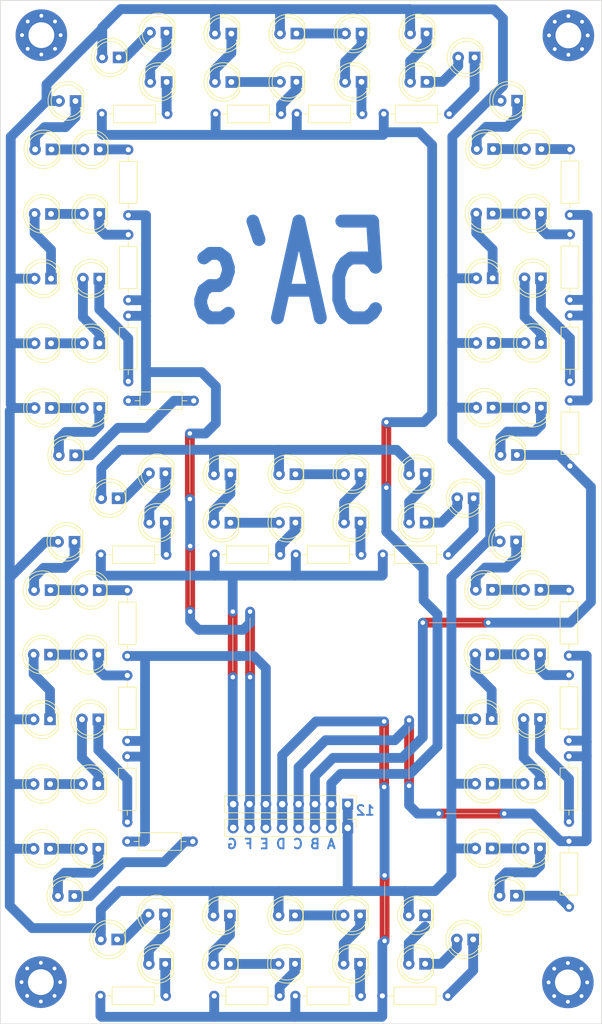
<source format=kicad_pcb>
(kicad_pcb (version 20211014) (generator pcbnew)
  (layers (0 "F.Cu" signal) (31 "B.Cu" signal) (34 "B.Paste" user) (35 "F.Paste" user) (36 "B.SilkS" user "B.Silkscreen") (37 "F.SilkS" user "F.Silkscreen") (38 "B.Mask" user) (39 "F.Mask" user) (44 "Edge.Cuts" user))
  (net 0 "")
  (footprint "LED_THT:LED_D5.0mm" (layer "F.Cu") (at 328.715 71.17 180)
    (fp_text reference "REF**" hide)
    (fp_text value "LED_D5.0mm" hide)
  )
  (footprint "THTJumpers:Jumper_P10.16mm_D0.7mm" (layer "F.Cu") (at 353.17 105.56 90)
    (fp_text reference "REF**" hide)
    (fp_text value "Jumper_P10.16mm_D0.7mm" hide)
  )
  (footprint "LED_THT:LED_D5.0mm" (layer "F.Cu") (at 332.445 53.81 180)
    (fp_text reference "REF**" hide)
    (fp_text value "LED_D5.0mm" hide)
  )
  (footprint "LED_THT:LED_D5.0mm" (layer "F.Cu") (at 332.295 112.105 180)
    (fp_text reference "REF**" hide)
    (fp_text value "LED_D5.0mm" hide)
  )
  (footprint "Resistor_THT:R_Axial_DIN0207_L6.3mm_D2.5mm_P10.16mm_Horizontal" (layer "F.Cu") (at 336.795 105.295 -90)
    (fp_text reference "REF**" hide)
    (fp_text value "R_Axial_DIN0207_L6.3mm_D2.5mm_P10.16mm_Horizontal" hide)
  )
  (footprint "Resistor_THT:R_Axial_DIN0207_L6.3mm_D2.5mm_P10.16mm_Horizontal" (layer "F.Cu") (at 336.945 62.72)
    (fp_text reference "REF**" hide)
    (fp_text value "R_Axial_DIN0207_L6.3mm_D2.5mm_P10.16mm_Horizontal" hide)
  )
  (footprint "LED_THT:LED_D5.0mm" (layer "F.Cu") (at 383.24 13.28 180)
    (fp_text reference "REF**" hide)
    (fp_text value "LED_D5.0mm" hide)
  )
  (footprint "THTJumpers:Jumper_P10.16mm_D0.7mm" (layer "F.Cu") (at 377 66.03 -90)
    (fp_text reference "REF**" hide)
    (fp_text value "Jumper_P10.16mm_D0.7mm" hide)
  )
  (footprint "Resistor_THT:R_Axial_DIN0207_L6.3mm_D2.5mm_P10.16mm_Horizontal" (layer "F.Cu") (at 405.5 23.75 -90)
    (fp_text reference "REF**" hide)
    (fp_text value "R_Axial_DIN0207_L6.3mm_D2.5mm_P10.16mm_Horizontal" hide)
  )
  (footprint "LED_THT:LED_D5.0mm" (layer "F.Cu") (at 362.89 81.605 180)
    (fp_text reference "REF**" hide)
    (fp_text value "LED_D5.0mm" hide)
  )
  (footprint "LED_THT:LED_D5.0mm" (layer "F.Cu") (at 393.35 132.115 180)
    (fp_text reference "REF**" hide)
    (fp_text value "LED_D5.0mm" hide)
  )
  (footprint "Resistor_THT:R_Axial_DIN0207_L6.3mm_D2.5mm_P10.16mm_Horizontal" (layer "F.Cu") (at 405.35 130.995 -90)
    (fp_text reference "REF**" hide)
    (fp_text value "R_Axial_DIN0207_L6.3mm_D2.5mm_P10.16mm_Horizontal" hide)
  )
  (footprint "Connector_PinHeader_2.54mm:PinHeader_1x08_P2.54mm_Vertical" (layer "F.Cu") (at 371 125.25 -90)
    (fp_text reference "REF**" hide)
    (fp_text value "PinHeader_1x08_P2.54mm_Vertical" hide)
  )
  (footprint "LED_THT:LED_D5.0mm" (layer "F.Cu") (at 401.075 23.7 180)
    (fp_text reference "REF**" hide)
    (fp_text value "LED_D5.0mm" hide)
  )
  (footprint "Resistor_THT:R_Axial_DIN0207_L6.3mm_D2.5mm_P10.16mm_Horizontal" (layer "F.Cu") (at 336.945 49.55 -90)
    (fp_text reference "REF**" hide)
    (fp_text value "R_Axial_DIN0207_L6.3mm_D2.5mm_P10.16mm_Horizontal" hide)
  )
  (footprint "LED_THT:LED_D5.0mm" (layer "F.Cu") (at 342.68 150.02 180)
    (fp_text reference "REF**" hide)
    (fp_text value "LED_D5.0mm" hide)
  )
  (footprint "LED_THT:LED_D5.0mm" (layer "F.Cu") (at 393.35 102.025 180)
    (fp_text reference "REF**" hide)
    (fp_text value "LED_D5.0mm" hide)
  )
  (footprint "LED_THT:LED_D5.0mm" (layer "F.Cu") (at 342.64 142.36 180)
    (fp_text reference "REF**" hide)
    (fp_text value "LED_D5.0mm" hide)
  )
  (footprint "LED_THT:LED_D5.0mm" (layer "F.Cu") (at 324.87 92.075 180)
    (fp_text reference "REF**" hide)
    (fp_text value "LED_D5.0mm" hide)
  )
  (footprint "Resistor_THT:R_Axial_DIN0207_L6.3mm_D2.5mm_P10.16mm_Horizontal" (layer "F.Cu") (at 405.5 36.92 -90)
    (fp_text reference "REF**" hide)
    (fp_text value "R_Axial_DIN0207_L6.3mm_D2.5mm_P10.16mm_Horizontal" hide)
  )
  (footprint "Resistor_THT:R_Axial_DIN0207_L6.3mm_D2.5mm_P10.16mm_Horizontal" (layer "F.Cu") (at 336.945 23.8 -90)
    (fp_text reference "REF**" hide)
    (fp_text value "R_Axial_DIN0207_L6.3mm_D2.5mm_P10.16mm_Horizontal" hide)
  )
  (footprint "LED_THT:LED_D5.0mm" (layer "F.Cu") (at 401 43.73 180)
    (fp_text reference "REF**" hide)
    (fp_text value "LED_D5.0mm" hide)
  )
  (footprint "THTJumpers:Jumper_P10.16mm_D0.7mm" (layer "F.Cu") (at 380.53 112.24 -90)
    (fp_text reference "REF**" hide)
    (fp_text value "Jumper_P10.16mm_D0.7mm" hide)
  )
  (footprint "LED_THT:LED_D5.0mm" (layer "F.Cu") (at 400.85 112.055 180)
    (fp_text reference "REF**" hide)
    (fp_text value "LED_D5.0mm" hide)
  )
  (footprint "Resistor_THT:R_Axial_DIN0207_L6.3mm_D2.5mm_P10.16mm_Horizontal" (layer "F.Cu") (at 363.1 18.25)
    (fp_text reference "REF**" hide)
    (fp_text value "R_Axial_DIN0207_L6.3mm_D2.5mm_P10.16mm_Horizontal" hide)
  )
  (footprint "LED_THT:LED_D5.0mm" (layer "F.Cu") (at 397.15 84.525 180)
    (fp_text reference "REF**" hide)
    (fp_text value "LED_D5.0mm" hide)
  )
  (footprint "THTJumpers:Jumper_P10.16mm_D0.7mm" (layer "F.Cu") (at 376.66 122.59 90)
    (fp_text reference "REF**" hide)
    (fp_text value "Jumper_P10.16mm_D0.7mm" hide)
  )
  (footprint "Resistor_THT:R_Axial_DIN0207_L6.3mm_D2.5mm_P10.16mm_Horizontal" (layer "F.Cu") (at 405.35 92.075 -90)
    (fp_text reference "REF**" hide)
    (fp_text value "R_Axial_DIN0207_L6.3mm_D2.5mm_P10.16mm_Horizontal" hide)
  )
  (footprint "LED_THT:LED_D5.0mm" (layer "F.Cu") (at 393.5 33.7 180)
    (fp_text reference "REF**" hide)
    (fp_text value "LED_D5.0mm" hide)
  )
  (footprint "Resistor_THT:R_Axial_DIN0207_L6.3mm_D2.5mm_P10.16mm_Horizontal" (layer "F.Cu") (at 332.62 154.97)
    (fp_text reference "REF**" hide)
    (fp_text value "R_Axial_DIN0207_L6.3mm_D2.5mm_P10.16mm_Horizontal" hide)
  )
  (footprint "LED_THT:LED_D5.0mm" (layer "F.Cu") (at 401 33.7 180)
    (fp_text reference "REF**" hide)
    (fp_text value "LED_D5.0mm" hide)
  )
  (footprint "LED_THT:LED_D5.0mm" (layer "F.Cu") (at 393.35 122.085 180)
    (fp_text reference "REF**" hide)
    (fp_text value "LED_D5.0mm" hide)
  )
  (footprint "THTJumpers:Jumper_P10.16mm_D0.7mm" (layer "F.Cu") (at 376.73 146.45 90)
    (fp_text reference "REF**" hide)
    (fp_text value "Jumper_P10.16mm_D0.7mm" hide)
  )
  (footprint "LED_THT:LED_D5.0mm" (layer "F.Cu") (at 335.44 9.5 180)
    (fp_text reference "REF**" hide)
    (fp_text value "LED_D5.0mm" hide)
  )
  (footprint "THTJumpers:Jumper_P10.16mm_D0.7mm" (layer "F.Cu") (at 385.14 126.71)
    (fp_text reference "REF**" hide)
    (fp_text value "Jumper_P10.16mm_D0.7mm" hide)
  )
  (footprint "LED_THT:LED_D5.0mm" (layer "F.Cu") (at 332.445 43.78 180)
    (fp_text reference "REF**" hide)
    (fp_text value "LED_D5.0mm" hide)
  )
  (footprint "LED_THT:LED_D5.0mm" (layer "F.Cu") (at 400.85 102.025 180)
    (fp_text reference "REF**" hide)
    (fp_text value "LED_D5.0mm" hide)
  )
  (footprint "MountingHole:MountingHole_4mm_Pad_Via" (layer "F.Cu") (at 323.45 6.04)
    (fp_text reference "REF**" hide)
    (fp_text value "MountingHole_4mm_Pad_Via" hide)
  )
  (footprint "Resistor_THT:R_Axial_DIN0207_L6.3mm_D2.5mm_P10.16mm_Horizontal" (layer "F.Cu") (at 405.5 62.67 -90)
    (fp_text reference "REF**" hide)
    (fp_text value "R_Axial_DIN0207_L6.3mm_D2.5mm_P10.16mm_Horizontal" hide)
  )
  (footprint "LED_THT:LED_D5.0mm" (layer "F.Cu") (at 342.75 81.625 180)
    (fp_text reference "REF**" hide)
    (fp_text value "LED_D5.0mm" hide)
  )
  (footprint "LED_THT:LED_D5.0mm" (layer "F.Cu") (at 393.35 112.055 180)
    (fp_text reference "REF**" hide)
    (fp_text value "LED_D5.0mm" hide)
  )
  (footprint "LED_THT:LED_D5.0mm" (layer "F.Cu") (at 383.09 81.605 180)
    (fp_text reference "REF**" hide)
    (fp_text value "LED_D5.0mm" hide)
  )
  (footprint "Resistor_THT:R_Axial_DIN0207_L6.3mm_D2.5mm_P10.16mm_Horizontal" (layer "F.Cu") (at 362.95 86.575)
    (fp_text reference "REF**" hide)
    (fp_text value "R_Axial_DIN0207_L6.3mm_D2.5mm_P10.16mm_Horizontal" hide)
  )
  (footprint "LED_THT:LED_D5.0mm" (layer "F.Cu") (at 390.55 77.825 180)
    (fp_text reference "REF**" hide)
    (fp_text value "LED_D5.0mm" hide)
  )
  (footprint "Resistor_THT:R_Axial_DIN0207_L6.3mm_D2.5mm_P10.16mm_Horizontal" (layer "F.Cu") (at 405.35 117.825 -90)
    (fp_text reference "REF**" hide)
    (fp_text value "R_Axial_DIN0207_L6.3mm_D2.5mm_P10.16mm_Horizontal" hide)
  )
  (footprint "LED_THT:LED_D5.0mm" (layer "F.Cu") (at 397.27 71.12 180)
    (fp_text reference "REF**" hide)
    (fp_text value "LED_D5.0mm" hide)
  )
  (footprint "LED_THT:LED_D5.0mm" (layer "F.Cu") (at 383.24 5.78 180)
    (fp_text reference "REF**" hide)
    (fp_text value "LED_D5.0mm" hide)
  )
  (footprint "LED_THT:LED_D5.0mm" (layer "F.Cu") (at 352.72 142.52 180)
    (fp_text reference "REF**" hide)
    (fp_text value "LED_D5.0mm" hide)
  )
  (footprint "LED_THT:LED_D5.0mm" (layer "F.Cu") (at 352.94 5.8 180)
    (fp_text reference "REF**" hide)
    (fp_text value "LED_D5.0mm" hide)
  )
  (footprint "LED_THT:LED_D5.0mm" (layer "F.Cu") (at 362.82 150 180)
    (fp_text reference "REF**" hide)
    (fp_text value "LED_D5.0mm" hide)
  )
  (footprint "THTJumpers:Jumper_P10.16mm_D0.7mm" (layer "F.Cu") (at 346.5 77.95 90)
    (fp_text reference "REF**" hide)
    (fp_text value "Jumper_P10.16mm_D0.7mm" hide)
  )
  (footprint "LED_THT:LED_D5.0mm" (layer "F.Cu") (at 393.575 23.7 180)
    (fp_text reference "REF**" hide)
    (fp_text value "LED_D5.0mm" hide)
  )
  (footprint "LED_THT:LED_D5.0mm" (layer "F.Cu") (at 372.99 74.105 180)
    (fp_text reference "REF**" hide)
    (fp_text value "LED_D5.0mm" hide)
  )
  (footprint "LED_THT:LED_D5.0mm" (layer "F.Cu") (at 390.48 146.22 180)
    (fp_text reference "REF**" hide)
    (fp_text value "LED_D5.0mm" hide)
  )
  (footprint "LED_THT:LED_D5.0mm" (layer "F.Cu") (at 393.5 63.79 180)
    (fp_text reference "REF**" hide)
    (fp_text value "LED_D5.0mm" hide)
  )
  (footprint "Resistor_THT:R_Axial_DIN0207_L6.3mm_D2.5mm_P10.16mm_Horizontal" (layer "F.Cu") (at 350.35 86.575)
    (fp_text reference "REF**" hide)
    (fp_text value "R_Axial_DIN0207_L6.3mm_D2.5mm_P10.16mm_Horizontal" hide)
  )
  (footprint "LED_THT:LED_D5.0mm" (layer "F.Cu") (at 383.02 142.5 180)
    (fp_text reference "REF**" hide)
    (fp_text value "LED_D5.0mm" hide)
  )
  (footprint "MountingHole:MountingHole_4mm_Pad_Via" (layer "F.Cu") (at 323.37 152.84)
    (fp_text reference "REF**" hide)
    (fp_text value "MountingHole_4mm_Pad_Via" hide)
  )
  (footprint "LED_THT:LED_D5.0mm" (layer "F.Cu") (at 342.86 5.64 180)
    (fp_text reference "REF**" hide)
    (fp_text value "LED_D5.0mm" hide)
  )
  (footprint "LED_THT:LED_D5.0mm" (layer "F.Cu") (at 332.37 92.075 180)
    (fp_text reference "REF**" hide)
    (fp_text value "LED_D5.0mm" hide)
  )
  (footprint "LED_THT:LED_D5.0mm" (layer "F.Cu") (at 335.22 146.22 180)
    (fp_text reference "REF**" hide)
    (fp_text value "LED_D5.0mm" hide)
  )
  (footprint "LED_THT:LED_D5.0mm" (layer "F.Cu") (at 393.5 53.76 180)
    (fp_text reference "REF**" hide)
    (fp_text value "LED_D5.0mm" hide)
  )
  (footprint "LED_THT:LED_D5.0mm" (layer "F.Cu") (at 400.85 122.085 180)
    (fp_text reference "REF**" hide)
    (fp_text value "LED_D5.0mm" hide)
  )
  (footprint "Connector_PinHeader_2.54mm:PinHeader_1x08_P2.54mm_Vertical" (layer "F.Cu") (at 371.005 128.93 -90)
    (fp_text reference "REF**" hide)
    (fp_text value "PinHeader_1x08_P2.54mm_Vertical" hide)
  )
  (footprint "LED_THT:LED_D5.0mm" (layer "F.Cu") (at 324.945 63.84 180)
    (fp_text reference "REF**" hide)
    (fp_text value "LED_D5.0mm" hide)
  )
  (footprint "Resistor_THT:R_Axial_DIN0207_L6.3mm_D2.5mm_P10.16mm_Horizontal" (layer "F.Cu") (at 350.5 18.25)
    (fp_text reference "REF**" hide)
    (fp_text value "R_Axial_DIN0207_L6.3mm_D2.5mm_P10.16mm_Horizontal" hide)
  )
  (footprint "Resistor_THT:R_Axial_DIN0207_L6.3mm_D2.5mm_P10.16mm_Horizontal" (layer "F.Cu") (at 336.945 36.97 -90)
    (fp_text reference "REF**" hide)
    (fp_text value "R_Axial_DIN0207_L6.3mm_D2.5mm_P10.16mm_Horizontal" hide)
  )
  (footprint "LED_THT:LED_D5.0mm" (layer "F.Cu") (at 328.565 139.495 180)
    (fp_text reference "REF**" hide)
    (fp_text value "LED_D5.0mm" hide)
  )
  (footprint "LED_THT:LED_D5.0mm" (layer "F.Cu") (at 324.795 122.135 180)
    (fp_text reference "REF**" hide)
    (fp_text value "LED_D5.0mm" hide)
  )
  (footprint "LED_THT:LED_D5.0mm" (layer "F.Cu") (at 324.945 33.75 180)
    (fp_text reference "REF**" hide)
    (fp_text value "LED_D5.0mm" hide)
  )
  (footprint "LED_THT:LED_D5.0mm" (layer "F.Cu") (at 324.795 102.075 180)
    (fp_text reference "REF**" hide)
    (fp_text value "LED_D5.0mm" hide)
  )
  (footprint "LED_THT:LED_D5.0mm" (layer "F.Cu") (at 328.595 84.575 180)
    (fp_text reference "REF**" hide)
    (fp_text value "LED_D5.0mm" hide)
  )
  (footprint "Resistor_THT:R_Axial_DIN0207_L6.3mm_D2.5mm_P10.16mm_Horizontal" (layer "F.Cu") (at 405.35 105.245 -90)
    (fp_text reference "REF**" hide)
    (fp_text value "R_Axial_DIN0207_L6.3mm_D2.5mm_P10.16mm_Horizontal" hide)
  )
  (footprint "LED_THT:LED_D5.0mm" (layer "F.Cu") (at 332.295 132.165 180)
    (fp_text reference "REF**" hide)
    (fp_text value "LED_D5.0mm" hide)
  )
  (footprint "LED_THT:LED_D5.0mm" (layer "F.Cu") (at 397.12 139.445 180)
    (fp_text reference "REF**" hide)
    (fp_text value "LED_D5.0mm" hide)
  )
  (footprint "LED_THT:LED_D5.0mm" (layer "F.Cu") (at 324.945 43.78 180)
    (fp_text reference "REF**" hide)
    (fp_text value "LED_D5.0mm" hide)
  )
  (footprint "Resistor_THT:R_Axial_DIN0207_L6.3mm_D2.5mm_P10.16mm_Horizontal" (layer "F.Cu") (at 405.5 49.5 -90)
    (fp_text reference "REF**" hide)
    (fp_text value "R_Axial_DIN0207_L6.3mm_D2.5mm_P10.16mm_Horizontal" hide)
  )
  (footprint "LED_THT:LED_D5.0mm" (layer "F.Cu") (at 372.92 150 180)
    (fp_text reference "REF**" hide)
    (fp_text value "LED_D5.0mm" hide)
  )
  (footprint "LED_THT:LED_D5.0mm" (layer "F.Cu") (at 332.295 102.075 180)
    (fp_text reference "REF**" hide)
    (fp_text value "LED_D5.0mm" hide)
  )
  (footprint "LED_THT:LED_D5.0mm" (layer "F.Cu") (at 401 53.76 180)
    (fp_text reference "REF**" hide)
    (fp_text value "LED_D5.0mm" hide)
  )
  (footprint "Resistor_THT:R_Axial_DIN0207_L6.3mm_D2.5mm_P10.16mm_Horizontal" (layer "F.Cu") (at 386.54 154.97 180)
    (fp_text reference "REF**" hide)
    (fp_text value "R_Axial_DIN0207_L6.3mm_D2.5mm_P10.16mm_Horizontal" hide)
  )
  (footprint "LED_THT:LED_D5.0mm" (layer "F.Cu") (at 335.29 77.825 180)
    (fp_text reference "REF**" hide)
    (fp_text value "LED_D5.0mm" hide)
  )
  (footprint "LED_THT:LED_D5.0mm" (layer "F.Cu") (at 372.99 81.605 180)
    (fp_text reference "REF**" hide)
    (fp_text value "LED_D5.0mm" hide)
  )
  (footprint "Resistor_THT:R_Axial_DIN0207_L6.3mm_D2.5mm_P10.16mm_Horizontal" (layer "F.Cu") (at 386.61 86.575 180)
    (fp_text reference "REF**" hide)
    (fp_text value "R_Axial_DIN0207_L6.3mm_D2.5mm_P10.16mm_Horizontal" hide)
  )
  (footprint "LED_THT:LED_D5.0mm" (layer "F.Cu") (at 332.295 122.135 180)
    (fp_text reference "REF**" hide)
    (fp_text value "LED_D5.0mm" hide)
  )
  (footprint "MountingHole:MountingHole_4mm_Pad_Via" (layer "F.Cu") (at 405.18 152.88)
    (fp_text reference "REF**" hide)
    (fp_text value "MountingHole_4mm_Pad_Via" hide)
  )
  (footprint "LED_THT:LED_D5.0mm" (layer "F.Cu") (at 342.9 13.3 180)
    (fp_text reference "REF**" hide)
    (fp_text value "LED_D5.0mm" hide)
  )
  (footprint "LED_THT:LED_D5.0mm" (layer "F.Cu") (at 401 63.79 180)
    (fp_text reference "REF**" hide)
    (fp_text value "LED_D5.0mm" hide)
  )
  (footprint "LED_THT:LED_D5.0mm" (layer "F.Cu") (at 342.71 73.965 180)
    (fp_text reference "REF**" hide)
    (fp_text value "LED_D5.0mm" hide)
  )
  (footprint "LED_THT:LED_D5.0mm" (layer "F.Cu") (at 383.09 74.105 180)
    (fp_text reference "REF**" hide)
    (fp_text value "LED_D5.0mm" hide)
  )
  (footprint "LED_THT:LED_D5.0mm" (layer "F.Cu") (at 373.14 13.28 180)
    (fp_text reference "REF**" hide)
    (fp_text value "LED_D5.0mm" hide)
  )
  (footprint "LED_THT:LED_D5.0mm" (layer "F.Cu") (at 325.02 23.75 180)
    (fp_text reference "REF**" hide)
    (fp_text value "LED_D5.0mm" hide)
  )
  (footprint "LED_THT:LED_D5.0mm" (layer "F.Cu") (at 390.7 9.5 180)
    (fp_text reference "REF**" hide)
    (fp_text value "LED_D5.0mm" hide)
  )
  (footprint "LED_THT:LED_D5.0mm" (layer "F.Cu") (at 324.795 132.165 180)
    (fp_text reference "REF**" hide)
    (fp_text value "LED_D5.0mm" hide)
  )
  (footprint "LED_THT:LED_D5.0mm" (layer "F.Cu") (at 393.425 92.025 180)
    (fp_text reference "REF**" hide)
    (fp_text value "LED_D5.0mm" hide)
  )
  (footprint "LED_THT:LED_D5.0mm" (layer "F.Cu") (at 352.79 81.625 180)
    (fp_text reference "REF**" hide)
    (fp_text value "LED_D5.0mm" hide)
  )
  (footprint "LED_THT:LED_D5.0mm" (layer "F.Cu") (at 362.82 142.5 180)
    (fp_text reference "REF**" hide)
    (fp_text value "LED_D5.0mm" hide)
  )
  (footprint "LED_THT:LED_D5.0mm" (layer "F.Cu") (at 383.02 150 180)
    (fp_text reference "REF**" hide)
    (fp_text value "LED_D5.0mm" hide)
  )
  (footprint "Resistor_THT:R_Axial_DIN0207_L6.3mm_D2.5mm_P10.16mm_Horizontal" (layer "F.Cu") (at 336.795 117.875 -90)
    (fp_text reference "REF**" hide)
    (fp_text value "R_Axial_DIN0207_L6.3mm_D2.5mm_P10.16mm_Horizontal" hide)
  )
  (footprint "MountingHole:MountingHole_4mm_Pad_Via" (layer "F.Cu") (at 405.26 6.08)
    (fp_text reference "REF**" hide)
    (fp_text value "MountingHole_4mm_Pad_Via" hide)
  )
  (footprint "Resistor_THT:R_Axial_DIN0207_L6.3mm_D2.5mm_P10.16mm_Horizontal" (layer "F.Cu") (at 350.28 154.97)
    (fp_text reference "REF**" hide)
    (fp_text value "R_Axial_DIN0207_L6.3mm_D2.5mm_P10.16mm_Horizontal" hide)
  )
  (footprint "Resistor_THT:R_Axial_DIN0207_L6.3mm_D2.5mm_P10.16mm_Horizontal" (layer "F.Cu") (at 336.795 131.045)
    (fp_text reference "REF**" hide)
    (fp_text value "R_Axial_DIN0207_L6.3mm_D2.5mm_P10.16mm_Horizontal" hide)
  )
  (footprint "LED_THT:LED_D5.0mm" (layer "F.Cu") (at 363.04 13.28 180)
    (fp_text reference "REF**" hide)
    (fp_text value "LED_D5.0mm" hide)
  )
  (footprint "LED_THT:LED_D5.0mm" (layer "F.Cu") (at 324.795 112.105 180)
    (fp_text reference "REF**" hide)
    (fp_text value "LED_D5.0mm" hide)
  )
  (footprint "LED_THT:LED_D5.0mm" (layer "F.Cu") (at 400.925 92.025 180)
    (fp_text reference "REF**" hide)
    (fp_text value "LED_D5.0mm" hide)
  )
  (footprint "LED_THT:LED_D5.0mm" (layer "F.Cu") (at 397.3 16.2 180)
    (fp_text reference "REF**" hide)
    (fp_text value "LED_D5.0mm" hide)
  )
  (footprint "LED_THT:LED_D5.0mm" (layer "F.Cu") (at 328.745 16.25 180)
    (fp_text reference "REF**" hide)
    (fp_text value "LED_D5.0mm" hide)
  )
  (footprint "Resistor_THT:R_Axial_DIN0207_L6.3mm_D2.5mm_P10.16mm_Horizontal" (layer "F.Cu") (at 362.88 154.97)
    (fp_text reference "REF**" hide)
    (fp_text value "R_Axial_DIN0207_L6.3mm_D2.5mm_P10.16mm_Horizontal" hide)
  )
  (footprint "LED_THT:LED_D5.0mm" (layer "F.Cu") (at 352.94 13.3 180)
    (fp_text reference "REF**" hide)
    (fp_text value "LED_D5.0mm" hide)
  )
  (footprint "Resistor_THT:R_Axial_DIN0207_L6.3mm_D2.5mm_P10.16mm_Horizontal" (layer "F.Cu") (at 332.69 86.575)
    (fp_text reference "REF**" hide)
    (fp_text value "R_Axial_DIN0207_L6.3mm_D2.5mm_P10.16mm_Horizontal" hide)
  )
  (footprint "THTJumpers:Jumper_P10.16mm_D0.7mm" (layer "F.Cu") (at 346.55 95.4 90)
    (fp_text reference "REF**" hide)
    (fp_text value "Jumper_P10.16mm_D0.7mm" hide)
  )
  (footprint "LED_THT:LED_D5.0mm" (layer "F.Cu") (at 332.445 33.75 180)
    (fp_text reference "REF**" hide)
    (fp_text value "LED_D5.0mm" hide)
  )
  (footprint "LED_THT:LED_D5.0mm" (layer "F.Cu") (at 324.945 53.81 180)
    (fp_text reference "REF**" hide)
    (fp_text value "LED_D5.0mm" hide)
  )
  (footprint "LED_THT:LED_D5.0mm" (layer "F.Cu") (at 373.14 5.78 180)
    (fp_text reference "REF**" hide)
    (fp_text value "LED_D5.0mm" hide)
  )
  (footprint "LED_THT:LED_D5.0mm" (layer "F.Cu") (at 332.52 23.75 180)
    (fp_text reference "REF**" hide)
    (fp_text value "LED_D5.0mm" hide)
  )
  (footprint "LED_THT:LED_D5.0mm" (layer "F.Cu") (at 400.85 132.115 180)
    (fp_text reference "REF**" hide)
    (fp_text value "LED_D5.0mm" hide)
  )
  (footprint "LED_THT:LED_D5.0mm" (layer "F.Cu") (at 362.89 74.105 180)
    (fp_text reference "REF**" hide)
    (fp_text value "LED_D5.0mm" hide)
  )
  (footprint "THTJumpers:Jumper_P10.16mm_D0.7mm" (layer "F.Cu") (at 382.66 97.11)
    (fp_text reference "REF**" hide)
    (fp_text value "Jumper_P10.16mm_D0.7mm" hide)
  )
  (footprint "LED_THT:LED_D5.0mm" (layer "F.Cu") (at 363.04 5.78 180)
    (fp_text reference "REF**" hide)
    (fp_text value "LED_D5.0mm" hide)
  )
  (footprint "LED_THT:LED_D5.0mm" (layer "F.Cu") (at 352.72 150.02 180)
    (fp_text reference "REF**" hide)
    (fp_text value "LED_D5.0mm" hide)
  )
  (footprint "Resistor_THT:R_Axial_DIN0207_L6.3mm_D2.5mm_P10.16mm_Horizontal" (layer "F.Cu") (at 332.84 18.25)
    (fp_text reference "REF**" hide)
    (fp_text value "R_Axial_DIN0207_L6.3mm_D2.5mm_P10.16mm_Horizontal" hide)
  )
  (footprint "LED_THT:LED_D5.0mm" (layer "F.Cu") (at 393.5 43.73 180)
    (fp_text reference "REF**" hide)
    (fp_text value "LED_D5.0mm" hide)
  )
  (footprint "Resistor_THT:R_Axial_DIN0207_L6.3mm_D2.5mm_P10.16mm_Horizontal" (layer "F.Cu") (at 336.795 92.125 -90)
    (fp_text reference "REF**" hide)
    (fp_text value "R_Axial_DIN0207_L6.3mm_D2.5mm_P10.16mm_Horizontal" hide)
  )
  (footprint "LED_THT:LED_D5.0mm" (layer "F.Cu") (at 332.445 63.84 180)
    (fp_text reference "REF**" hide)
    (fp_text value "LED_D5.0mm" hide)
  )
  (footprint "Resistor_THT:R_Axial_DIN0207_L6.3mm_D2.5mm_P10.16mm_Horizontal" (layer "F.Cu") (at 386.76 18.25 180)
    (fp_text reference "REF**" hide)
    (fp_text value "R_Axial_DIN0207_L6.3mm_D2.5mm_P10.16mm_Horizontal" hide)
  )
  (footprint "THTJumpers:Jumper_P10.16mm_D0.7mm" (layer "F.Cu") (at 355.85 105.56 90)
    (fp_text reference "REF**" hide)
    (fp_text value "Jumper_P10.16mm_D0.7mm" hide)
  )
  (footprint "LED_THT:LED_D5.0mm" (layer "F.Cu") (at 352.79 74.125 180)
    (fp_text reference "REF**" hide)
    (fp_text value "LED_D5.0mm" hide)
  )
  (footprint "LED_THT:LED_D5.0mm" (layer "F.Cu") (at 372.92 142.5 180)
    (fp_text reference "REF**" hide)
    (fp_text value "LED_D5.0mm" hide)
  )
  (gr_rect (start 410.43 159.31) (end 317.08 0.64) (layer "Edge.Cuts") (width 0.1) (fill none))
  (gr_text "A B C D E F G" (at 360.71 131.42) (layer "B.Cu") (effects (font (size 1.5 1.5) (thickness 0.3)) (justify mirror)))
  (gr_text "5A's" (at 361.76 43.03) (layer "B.Cu") (effects (font (size 15 10) (thickness 2)) (justify mirror)))
  (gr_text "12" (at 373.71 126.22) (layer "B.Cu") (effects (font (size 1.5 1.5) (thickness 0.3)) (justify mirror)))
  (segment (start 355.85 95.4) (end 355.85 105.56) (width 1.524) (layer "F.Cu") (net 0))
  (segment (start 346.5 67.79) (end 346.5 77.95) (width 1.524) (layer "F.Cu") (net 0))
  (segment (start 377 66.03) (end 377 76.19) (width 1.524) (layer "F.Cu") (net 0))
  (segment (start 376.66 122.59) (end 376.66 112.43) (width 1.524) (layer "F.Cu") (net 0))
  (segment (start 346.55 95.4) (end 346.55 85.24) (width 1.524) (layer "F.Cu") (net 0))
  (segment (start 376.73 146.45) (end 376.73 136.29) (width 1.524) (layer "F.Cu") (net 0))
  (segment (start 395.3 126.71) (end 385.14 126.71) (width 1.524) (layer "F.Cu") (net 0))
  (segment (start 382.66 97.11) (end 392.82 97.11) (width 1.524) (layer "F.Cu") (net 0))
  (segment (start 380.53 112.24) (end 380.53 122.4) (width 1.524) (layer "F.Cu") (net 0))
  (segment (start 353.15 95.61) (end 353.15 105.77) (width 1.524) (layer "F.Cu") (net 0))
  (segment (start 376.5 21.5) (end 363 21.5) (width 1.524) (layer "B.Cu") (net 0))
  (segment (start 367.56 115.34) (end 363.38 119.52) (width 1.524) (layer "B.Cu") (net 0))
  (segment (start 365.92 125.25) (end 365.92 128.925) (width 1.524) (layer "B.Cu") (net 0))
  (segment (start 370.45 78.475) (end 370.45 81.605) (width 1.524) (layer "B.Cu") (net 0))
  (segment (start 346.55 78) (end 346.5 77.95) (width 1.524) (layer "B.Cu") (net 0))
  (segment (start 401.075 23.7) (end 405.45 23.7) (width 1.524) (layer "B.Cu") (net 0))
  (segment (start 342.86 5.64) (end 342.86 8.64) (width 1.524) (layer "B.Cu") (net 0))
  (segment (start 342.86 8.64) (end 340.36 11.14) (width 1.524) (layer "B.Cu") (net 0))
  (segment (start 362.82 142.5) (end 370.38 142.5) (width 1.524) (layer "B.Cu") (net 0))
  (segment (start 400.85 120.575) (end 398.31 118.035) (width 1.524) (layer "B.Cu") (net 0))
  (segment (start 329.755 118.085) (end 329.755 112.105) (width 1.524) (layer "B.Cu") (net 0))
  (segment (start 346.55 85.24) (end 346.55 78) (width 1.524) (layer "B.Cu") (net 0))
  (segment (start 405.5 49.5) (end 408.25 49.5) (width 1.524) (layer "B.Cu") (net 0))
  (segment (start 318.545 131.625) (end 318.545 140.995) (width 1.524) (layer "B.Cu") (net 0))
  (segment (start 360.84 128.925) (end 360.845 128.93) (width 1.524) (layer "B.Cu") (net 0))
  (segment (start 382.66 114.88) (end 382.66 97.11) (width 1.524) (layer "B.Cu") (net 0))
  (segment (start 400.85 102.025) (end 400.85 104.325) (width 1.524) (layer "B.Cu") (net 0))
  (segment (start 405.5 47.08) (end 408.08 47.08) (width 1.524) (layer "B.Cu") (net 0))
  (segment (start 350.35 89.825) (end 332.85 89.825) (width 1.524) (layer "B.Cu") (net 0))
  (segment (start 353.15 90) (end 353.325 89.825) (width 1.524) (layer "B.Cu") (net 0))
  (segment (start 342.9 18.15) (end 343 18.25) (width 1.524) (layer "B.Cu") (net 0))
  (segment (start 335.34 66.91) (end 339.84 66.91) (width 1.524) (layer "B.Cu") (net 0))
  (segment (start 324.945 63.84) (end 329.905 63.84) (width 1.524) (layer "B.Cu") (net 0))
  (segment (start 324.795 132.165) (end 329.755 132.165) (width 1.524) (layer "B.Cu") (net 0))
  (segment (start 352.94 8.81) (end 352.94 5.8) (width 1.524) (layer "B.Cu") (net 0))
  (segment (start 395.1 3.44) (end 395.1 13.9) (width 1.524) (layer "B.Cu") (net 0))
  (segment (start 339.545 115.625) (end 339.545 102.285) (width 1.524) (layer "B.Cu") (net 0))
  (segment (start 350.18 148.07) (end 352.72 145.53) (width 1.524) (layer "B.Cu") (net 0))
  (segment (start 318.545 140.995) (end 322.01 144.46) (width 1.524) (layer "B.Cu") (net 0))
  (segment (start 360.35 74.105) (end 360.35 70.325) (width 1.524) (layer "B.Cu") (net 0))
  (segment (start 318.695 43.3) (end 318.695 53.8) (width 1.524) (layer "B.Cu") (net 0))
  (segment (start 350.4 5.8) (end 350.4 2.15) (width 1.524) (layer "B.Cu") (net 0))
  (segment (start 342.75 81.625) (end 342.75 86.475) (width 1.524) (layer "B.Cu") (net 0))
  (segment (start 326.055 84.575) (end 324.095 84.575) (width 1.524) (layer "B.Cu") (net 0))
  (segment (start 376.6 18.25) (end 376.6 21.09) (width 1.524) (layer "B.Cu") (net 0))
  (segment (start 335.53 138.72) (end 350.03 138.72) (width 1.524) (layer "B.Cu") (net 0))
  (segment (start 387.1 111.575) (end 387.1 122.075) (width 1.524) (layer "B.Cu") (net 0))
  (segment (start 350.28 158.22) (end 332.78 158.22) (width 1.524) (layer "B.Cu") (net 0))
  (segment (start 350.25 2) (end 360.5 2) (width 1.524) (layer "B.Cu") (net 0))
  (segment (start 400 67.5) (end 395.75 67.5) (width 1.524) (layer "B.Cu") (net 0))
  (segment (start 393.35 122.085) (end 398.31 122.085) (width 1.524) (layer "B.Cu") (net 0))
  (segment (start 390.96 43.73) (end 387.73 43.73) (width 1.524) (layer "B.Cu") (net 0))
  (segment (start 387.94 147.56) (end 387.94 146.22) (width 1.524) (layer "B.Cu") (net 0))
  (segment (start 329.905 49.76) (end 329.905 43.78) (width 1.524) (layer "B.Cu") (net 0))
  (segment (start 362.89 74.105) (end 370.45 74.105) (width 1.524) (layer "B.Cu") (net 0))
  (segment (start 332.75 73.175) (end 335.6 70.325) (width 1.524) (layer "B.Cu") (net 0))
  (segment (start 336.745 92.075) (end 336.795 92.125) (width 1.524) (layer "B.Cu") (net 0))
  (segment (start 408.1 117.825) (end 408.1 115.575) (width 1.524) (layer "B.Cu") (net 0))
  (segment (start 350.18 138.87) (end 350.03 138.72) (width 1.524) (layer "B.Cu") (net 0))
  (segment (start 336.945 62.72) (end 339.525 62.72) (width 1.524) (layer "B.Cu") (net 0))
  (segment (start 327.195 67.55) (end 326.175 68.57) (width 1.524) (layer "B.Cu") (net 0))
  (segment (start 358.3 125.25) (end 358.3 128.925) (width 1.524) (layer "B.Cu") (net 0))
  (segment (start 398.31 118.035) (end 398.31 112.055) (width 1.524) (layer "B.Cu") (net 0))
  (segment (start 372.92 142.5) (end 372.92 144.33) (width 1.524) (layer "B.Cu") (net 0))
  (segment (start 379.85 138.72) (end 380.48 139.35) (width 1.524) (layer "B.Cu") (net 0))
  (segment (start 332.445 48.55) (end 336.945 53.05) (width 1.524) (layer "B.Cu") (net 0))
  (segment (start 339.695 33.96) (end 336.945 33.96) (width 1.524) (layer "B.Cu") (net 0))
  (segment (start 319.235 63.84) (end 322.405 63.84) (width 1.524) (layer "B.Cu") (net 0))
  (segment (start 383.02 150) (end 385.5 150) (width 1.524) (layer "B.Cu") (net 0))
  (segment (start 332.69 89.665) (end 332.69 86.575) (width 1.524) (layer "B.Cu") (net 0))
  (segment (start 335.6 70.325) (end 350.1 70.325) (width 1.524) (layer "B.Cu") (net 0))
  (segment (start 352.72 145.53) (end 352.72 142.52) (width 1.524) (layer "B.Cu") (net 0))
  (segment (start 378.6 70.325) (end 380.55 72.275) (width 1.524) (layer "B.Cu") (net 0))
  (segment (start 401 43.73) (end 401 48.5) (width 1.524) (layer "B.Cu") (net 0))
  (segment (start 400.925 92.025) (end 405.3 92.025) (width 1.524) (layer "B.Cu") (net 0))
  (segment (start 323.945 20.3) (end 322.48 21.765) (width 1.524) (layer "B.Cu") (net 0))
  (segment (start 405.5 62.67) (end 408.08 62.67) (width 1.524) (layer "B.Cu") (net 0))
  (segment (start 329.905 33.75) (end 324.945 33.75) (width 1.524) (layer "B.Cu") (net 0))
  (segment (start 336.945 53.05) (end 336.945 59.71) (width 1.524) (layer "B.Cu") (net 0))
  (segment (start 336.795 121.375) (end 336.795 128.035) (width 1.524) (layer "B.Cu") (net 0))
  (segment (start 363.1 18.25) (end 363.1 21.4) (width 1.524) (layer "B.Cu") (net 0))
  (segment (start 331.08 71.17) (end 335.34 66.91) (width 1.524) (layer "B.Cu") (net 0))
  (segment (start 368.46 125.25) (end 368.46 128.925) (width 1.524) (layer "B.Cu") (net 0))
  (segment (start 342.9 13.3) (end 342.9 18.15) (width 1.524) (layer "B.Cu") (net 0))
  (segment (start 376.35 89.825) (end 362.85 89.825) (width 1.524) (layer "B.Cu") (net 0))
  (segment (start 350.25 79.675) (end 352.79 77.135) (width 1.524) (layer "B.Cu") (net 0))
  (segment (start 371 138.26) (end 370.54 138.72) (width 1.524) (layer "B.Cu") (net 0))
  (segment (start 332.295 116.875) (end 336.795 121.375) (width 1.524) (layer "B.Cu") (net 0))
  (segment (start 355.85 125.16) (end 355.76 125.25) (width 1.524) (layer "B.Cu") (net 0))
  (segment (start 382.81 66.03) (end 377 66.03) (width 1.524) (layer "B.Cu") (net 0))
  (segment (start 353.17 95.4) (end 353.15 95.38) (width 1.524) (layer "B.Cu") (net 0))
  (segment (start 340.36 11.14) (end 340.36 13.3) (width 1.524) (layer "B.Cu") (net 0))
  (segment (start 332.68 141.57) (end 335.53 138.72) (width 1.524) (layer "B.Cu") (net 0))
  (segment (start 390.81 112.055) (end 387.58 112.055) (width 1.524) (layer "B.Cu") (net 0))
  (segment (start 354.79 98.22) (end 355.85 97.16) (width 1.524) (layer "B.Cu") (net 0))
  (segment (start 372.92 154.85) (end 373.04 154.97) (width 1.524) (layer "B.Cu") (net 0))
  (segment (start 339.84 66.91) (end 344.03 62.72) (width 1.524) (layer "B.Cu") (net 0))
  (segment (start 350.54 60.49) (end 350.54 66.19) (width 1.524) (layer "B.Cu") (net 0))
  (segment (start 342.5 134.25) (end 345.705 131.045) (width 1.524) (layer "B.Cu") (net 0))
  (segment (start 369.91 120.56) (end 368.46 122.01) (width 1.524) (layer "B.Cu") (net 0))
  (segment (start 332.445 36.05) (end 333.365 36.97) (width 1.524) (layer "B.Cu") (net 0))
  (segment (start 365.92 120.89) (end 368.73 118.08) (width 1.524) (layer "B.Cu") (net 0))
  (segment (start 390.96 53.76) (end 387.26 53.76) (width 1.524) (layer "B.Cu") (net 0))
  (segment (start 390.7 9.5) (end 390.7 14.31) (width 1.524) (layer "B.Cu") (net 0))
  (segment (start 350.25 74.125) (end 350.25 70.475) (width 1.524) (layer "B.Cu") (net 0))
  (segment (start 324.245 16.25) (end 318.695 21.8) (width 1.524) (layer "B.Cu") (net 0))
  (segment (start 405.5 53) (end 405.5 59.66) (width 1.524) (layer "B.Cu") (net 0))
  (segment (start 350.4 13.3) (end 350.4 11.35) (width 1.524) (layer "B.Cu") (net 0))
  (segment (start 324.095 84.575) (end 318.545 90.125) (width 1.524) (layer "B.Cu") (net 0))
  (segment (start 387.25 63.25) (end 387.79 63.79) (width 1.524) (layer "B.Cu") (net 0))
  (segment (start 350.4 11.35) (end 352.94 8.81) (width 1.524) (layer "B.Cu") (net 0))
  (segment (start 332.68 144.46) (end 332.68 141.57) (width 1.524) (layer "B.Cu") (net 0))
  (segment (start 380.66 2) (end 380.7 2.04) (width 1.524) (layer "B.Cu") (net 0))
  (segment (start 360.35 70.325) (end 378.6 70.325) (width 1.524) (layer "B.Cu") (net 0))
  (segment (start 339.695 58.275) (end 348.325 58.275) (width 1.524) (layer "B.Cu") (net 0))
  (segment (start 328.745 18.75) (end 327.195 20.3) (width 1.524) (layer "B.Cu") (net 0))
  (segment (start 395.6 88.575) (end 392.35 88.575) (width 1.524) (layer "B.Cu") (net 0))
  (segment (start 408.25 47.25) (end 408.25 33.91) (width 1.524) (layer "B.Cu") (net 0))
  (segment (start 326.175 68.57) (end 326.175 71.17) (width 1.524) (layer "B.Cu") (net 0))
  (segment (start 376.6 21.09) (end 382.13 21.09) (width 1.524) (layer "B.Cu") (net 0))
  (segment (start 360.28 142.5) (end 360.28 138.72) (width 1.524) (layer "B.Cu") (net 0))
  (segment (start 332.445 53.81) (end 332.445 52.3) (width 1.524) (layer "B.Cu") (net 0))
  (segment (start 397.27 71.12) (end 403.79 71.12) (width 1.524) (layer "B.Cu") (net 0))
  (segment (start 380.67 120.56) (end 369.91 120.56) (width 1.524) (layer "B.Cu") (net 0))
  (segment (start 368.46 128.925) (end 368.465 128.93) (width 1.524) (layer "B.Cu") (net 0))
  (segment (start 401.77 105.245) (end 405.35 105.245) (width 1.524) (layer "B.Cu") (net 0))
  (segment (start 401 36) (end 401.92 36.92) (width 1.524) (layer "B.Cu") (net 0))
  (segment (start 387.73 43.73) (end 387.25 43.25) (width 1.524) (layer "B.Cu") (net 0))
  (segment (start 403.995 130.995) (end 399.71 126.71) (width 1.524) (layer "B.Cu") (net 0))
  (segment (start 339.695 47.3) (end 339.695 33.96) (width 1.524) (layer "B.Cu") (net 0))
  (segment (start 360.84 125.25) (end 360.84 128.925) (width 1.524) (layer "B.Cu") (net 0))
  (segment (start 387.1 131.575) (end 387.64 132.115) (width 1.524) (layer "B.Cu") (net 0))
  (segment (start 383.24 13.28) (end 385.72 13.28) (width 1.524) (layer "B.Cu") (net 0))
  (segment (start 366.07 112.43) (end 360.84 117.66) (width 1.524) (layer "B.Cu") (net 0))
  (segment (start 384.94 116.29) (end 380.67 120.56) (width 1.524) (layer "B.Cu") (net 0))
  (segment (start 324.945 53.81) (end 329.905 53.81) (width 1.524) (layer "B.Cu") (net 0))
  (segment (start 387.1 136.17) (end 387.1 131.575) (width 1.524) (layer "B.Cu") (net 0))
  (segment (start 362.89 82.785) (end 360.51 85.165) (width 1.524) (layer "B.Cu") (net 0))
  (segment (start 335.22 146.22) (end 336.24 146.22) (width 1.524) (layer "B.Cu") (net 0))
  (segment (start 322.405 36.76) (end 324.945 39.3) (width 1.524) (layer "B.Cu") (net 0))
  (segment (start 394.76 16.2) (end 392.8 16.2) (width 1.524) (layer "B.Cu") (net 0))
  (segment (start 370.38 146.87) (end 370.38 150) (width 1.524) (layer "B.Cu") (net 0))
  (segment (start 336.795 131.045) (end 339.375 131.045) (width 1.524) (layer "B.Cu") (net 0))
  (segment (start 376.45 86.575) (end 376.45 89.725) (width 1.524) (layer "B.Cu") (net 0))
  (segment (start 387.64 132.115) (end 390.81 132.115) (width 1.524) (layer "B.Cu") (net 0))
  (segment (start 394.61 84.525) (end 392.65 84.525) (width 1.524) (layer "B.Cu") (net 0))
  (segment (start 399.85 135.825) (end 395.6 135.825) (width 1.524) (layer "B.Cu") (net 0))
  (segment (start 397.3 18.7) (end 395.75 20.25) (width 1.524) (layer "B.Cu") (net 0))
  (segment (start 350.1 70.325) (end 360.35 70.325) (width 1.524) (layer "B.Cu") (net 0))
  (segment (start 390.48 146.22) (end 390.48 151.03) (width 1.524) (layer "B.Cu") (net 0))
  (segment (start 387.25 53.75) (end 387.25 63.25) (width 1.524) (layer "B.Cu") (net 0))
  (segment (start 384.94 95.81) (end 384.94 116.29) (width 1.524) (layer "B.Cu") (net 0))
  (segment (start 339.375 115.455) (end 339.545 115.625) (width 1.524) (layer "B.Cu") (net 0))
  (segment (start 405.3 92.025) (end 405.35 92.075) (width 1.524) (layer "B.Cu") (net 0))
  (segment (start 318.545 111.625) (end 318.545 122.125) (width 1.524) (layer "B.Cu") (net 0))
  (segment (start 324.245 13.685) (end 324.245 16.25) (width 1.524) (layer "B.Cu") (net 0))
  (segment (start 332.295 122.135) (end 332.295 120.625) (width 1.524) (layer "B.Cu") (net 0))
  (segment (start 392.65 84.525) (end 387.1 90.075) (width 1.524) (layer "B.Cu") (net 0))
  (segment (start 370.54 138.72) (end 379.85 138.72) (width 1.524) (layer "B.Cu") (net 0))
  (segment (start 336.31 77.825) (end 340.17 73.965) (width 1.524) (layer "B.Cu") (net 0))
  (segment (start 405.45 23.7) (end 405.5 23.75) (width 1.524) (layer "B.Cu") (net 0))
  (segment (start 408.08 62.67) (end 408.25 62.5) (width 1.524) (layer "B.Cu") (net 0))
  (segment (start 360.28 138.72) (end 370.54 138.72) (width 1.524) (layer "B.Cu") (net 0))
  (segment (start 350.25 81.625) (end 350.25 79.675) (width 1.524) (layer "B.Cu") (net 0))
  (segment (start 368.46 122.01) (end 368.46 125.25) (width 1.524) (layer "B.Cu") (net 0))
  (segment (start 331.005 139.495) (end 336.25 134.25) (width 1.524) (layer "B.Cu") (net 0))
  (segment (start 339.525 47.13) (end 339.695 47.3) (width 1.524) (layer "B.Cu") (net 0))
  (segment (start 373.14 18.13) (end 373.26 18.25) (width 1.524) (layer "B.Cu") (net 0))
  (segment (start 362.95 89.725) (end 362.85 89.825) (width 1.524) (layer "B.Cu") (net 0))
  (segment (start 401 66.5) (end 400 67.5) (width 1.524) (layer "B.Cu") (net 0))
  (segment (start 318.545 90.125) (end 318.545 111.625) (width 1.524) (layer "B.Cu") (net 0))
  (segment (start 345.705 131.045) (end 346.955 131.045) (width 1.524) (layer "B.Cu") (net 0))
  (segment (start 390.96 36.71) (end 393.5 39.25) (width 1.524) (layer "B.Cu") (net 0))
  (segment (start 380.53 113.14) (end 378.33 115.34) (width 1.524) (layer "B.Cu") (net 0))
  (segment (start 394.58 136.845) (end 394.58 139.445) (width 1.524) (layer "B.Cu") (net 0))
  (segment (start 336.46 9.5) (end 340.32 5.64) (width 1.524) (layer "B.Cu") (net 0))
  (segment (start 339.545 102.285) (end 356.415 102.285) (width 1.524) (layer "B.Cu") (net 0))
  (segment (start 322.33 90.09) (end 322.33 92.075) (width 1.524) (layer "B.Cu") (net 0))
  (segment (start 393.12 84.055) (end 392.65 84.525) (width 1.524) (layer "B.Cu") (net 0))
  (segment (start 390.885 90.04) (end 390.885 92.025) (width 1.524) (layer "B.Cu") (net 0))
  (segment (start 403.79 71.12) (end 405.5 72.83) (width 1.524) (layer "B.Cu") (net 0))
  (segment (start 362.78 158.22) (end 350.28 158.22) (width 1.524) (layer "B.Cu") (net 0))
  (segment (start 380.55 78.375) (end 380.55 81.605) (width 1.524) (layer "B.Cu") (net 0))
  (segment (start 350.18 142.52) (end 350.18 138.87) (width 1.524) (layer "B.Cu") (net 0))
  (segment (start 353.15 95.38) (end 353.15 90) (width 1.524) (layer "B.Cu") (net 0))
  (segment (start 327.045 88.625) (end 323.795 88.625) (width 1.524) (layer "B.Cu") (net 0))
  (segment (start 393.5 39.25) (end 393.5 43.73) (width 1.524) (layer "B.Cu") (net 0))
  (segment (start 324.795 122.135) (end 329.755 122.135) (width 1.524) (layer "B.Cu") (net 0))
  (segment (start 322.255 112.105) (end 319.025 112.105) (width 1.524) (layer "B.Cu") (net 0))
  (segment (start 336.945 47.13) (end 339.525 47.13) (width 1.524) (layer "B.Cu") (net 0))
  (segment (start 328.715 71.17) (end 331.08 71.17) (width 1.524) (layer "B.Cu") (net 0))
  (segment (start 362.89 81.605) (end 362.89 82.785) (width 1.524) (layer "B.Cu") (net 0))
  (segment (start 383.09 75.835) (end 380.55 78.375) (width 1.524) (layer "B.Cu") (net 0))
  (segment (start 333.365 36.97) (end 336.945 36.97) (width 1.524) (layer "B.Cu") (net 0))
  (segment (start 332.445 63.84) (end 332.445 66.55) (width 1.524) (layer "B.Cu") (net 0))
  (segment (start 363.04 5.78) (end 370.6 5.78) (width 1.524) (layer "B.Cu") (net 0))
  (segment (start 384.55 138.72) (end 387.1 136.17) (width 1.524) (layer "B.Cu") (net 0))
  (segment (start 332.85 89.825) (end 332.69 89.665) (width 1.524) (layer "B.Cu") (net 0))
  (segment (start 332.84 21.34) (end 332.84 18.25) (width 1.524) (layer "B.Cu") (net 0))
  (segment (start 323.795 88.625) (end 322.33 90.09) (width 1.524) (layer "B.Cu") (net 0))
  (segment (start 322.405 53.81) (end 318.705 53.81) (width 1.524) (layer "B.Cu") (net 0))
  (segment (start 405.35 130.995) (end 407.93 130.995) (width 1.524) (layer "B.Cu") (net 0))
  (segment (start 385.5 150) (end 387.94 147.56) (width 1.524) (layer "B.Cu") (net 0))
  (segment (start 393.575 23.7) (end 398.535 23.7) (width 1.524) (layer "B.Cu") (net 0))
  (segment (start 322.255 102.075) (end 322.255 105.085) (width 1.524) (layer "B.Cu") (net 0))
  (segment (start 392.5 20.25) (end 391.035 21.715) (width 1.524) (layer "B.Cu") (net 0))
  (segment (start 332.445 52.3) (end 329.905 49.76) (width 1.524) (layer "B.Cu") (net 0))
  (segment (start 390.81 122.085) (end 387.11 122.085) (width 1.524) (layer "B.Cu") (net 0))
  (segment (start 393.425 92.025) (end 398.385 92.025) (width 1.524) (layer "B.Cu") (net 0))
  (segment (start 362.85 89.825) (end 353.325 89.825) (width 1.524) (layer "B.Cu") (net 0))
  (segment (start 346.55 95.4) (end 346.55 96.91) (width 1.524) (layer "B.Cu") (net 0))
  (segment (start 408.08 47.08) (end 408.25 47.25) (width 1.524) (layer "B.Cu") (net 0))
  (segment (start 335.44 9.5) (end 336.46 9.5) (width 1.524) (layer "B.Cu") (net 0))
  (segment (start 332.68 146.22) (end 332.68 144.46) (width 1.524) (layer "B.Cu") (net 0))
  (segment (start 318.705 53.81) (end 318.695 53.8) (width 1.524) (layer "B.Cu") (net 0))
  (segment (start 385.57 81.605) (end 388.01 79.165) (width 1.524) (layer "B.Cu") (net 0))
  (segment (start 397.15 87.025) (end 395.6 88.575) (width 1.524) (layer "B.Cu") (net 0))
  (segment (start 387.25 43.25) (end 387.25 53.75) (width 1.524) (layer "B.Cu") (net 0))
  (segment (start 332.62 158.06) (end 332.62 154.97) (width 1.524) (layer "B.Cu") (net 0))
  (segment (start 327.045 135.875) (end 326.025 136.895) (width 1.524) (layer "B.Cu") (net 0))
  (segment (start 368.73 118.08) (end 379.46 118.08) (width 1.524) (layer "B.Cu") (net 0))
  (segment (start 360.66 16.84) (end 360.66 18.25) (width 1.524) (layer "B.Cu") (net 0))
  (segment (start 360.48 13.3) (end 360.5 13.28) (width 1.524) (layer "B.Cu") (net 0))
  (segment (start 387.11 122.085) (end 387.1 122.075) (width 1.524) (layer "B.Cu") (net 0))
  (segment (start 376.38 146.8) (end 376.73 146.45) (width 1.524) (layer "B.Cu") (net 0))
  (segment (start 390.55 77.825) (end 390.55 82.635) (width 1.524) (layer "B.Cu") (net 0))
  (segment (start 399.71 126.71) (end 395.3 126.71) (width 1.524) (layer "B.Cu") (net 0))
  (segment (start 332.37 92.075) (end 336.745 92.075) (width 1.524) (layer "B.Cu") (net 0))
  (segment (start 390.81 105.035) (end 393.35 107.575) (width 1.524) (layer "B.Cu") (net 0))
  (segment (start 318.99 63.84) (end 318.545 64.285) (width 1.524) (layer "B.Cu") (net 0))
  (segment (start 376.38 154.97) (end 376.38 146.8) (width 1.524) (layer "B.Cu") (net 0))
  (segment (start 376.73 136.29) (end 376.73 122.66) (width 1.524) (layer "B.Cu") (net 0))
  (segment (start 339.375 131.045) (end 339.545 130.875) (width 1.524) (layer "B.Cu") (net 0))
  (segment (start 332.9 5.03) (end 324.245 13.685) (width 1.524) (layer "B.Cu") (net 0))
  (segment (start 392.82 97.11) (end 405.56 97.11) (width 1.524) (layer "B.Cu") (net 0))
  (segment (start 350.28 154.97) (end 350.28 158.22) (width 1.524) (layer "B.Cu") (net 0))
  (segment (start 319.025 112.105) (end 318.545 111.625) (width 1.524) (layer "B.Cu") (net 0))
  (segment (start 398.46 33.7) (end 393.5 33.7) (width 1.524) (layer "B.Cu") (net 0))
  (segment (start 332.295 112.105) (end 332.295 116.875) (width 1.524) (layer "B.Cu") (net 0))
  (segment (start 380.55 72.275) (end 380.55 74.105) (width 1.524) (layer "B.Cu") (net 0))
  (segment (start 336.25 134.25) (end 342.5 134.25) (width 1.524) (layer "B.Cu") (net 0))
  (segment (start 363 21.5) (end 350.5 21.5) (width 1.524) (layer "B.Cu") (net 0))
  (segment (start 352.72 150.02) (end 360.26 150.02) (width 1.524) (layer "B.Cu") (net 0))
  (segment (start 383.02 144.23) (end 380.48 146.77) (width 1.524) (layer "B.Cu") (net 0))
  (segment (start 353.17 105.56) (end 353.15 105.58) (width 1.524) (layer "B.Cu") (net 0))
  (segment (start 322.01 144.46) (end 332.68 144.46) (width 1.524) (layer "B.Cu") (net 0))
  (segment (start 385.72 13.28) (end 388.16 10.84) (width 1.524) (layer "B.Cu") (net 0))
  (segment (start 388.16 10.84) (end 388.16 9.5) (width 1.524) (layer "B.Cu") (net 0))
  (segment (start 401 63.79) (end 401 66.5) (width 1.524) (layer "B.Cu") (net 0))
  (segment (start 395.6 135.825) (end 394.58 136.845) (width 1.524) (layer "B.Cu") (net 0))
  (segment (start 332.295 102.075) (end 332.295 104.375) (width 1.524) (layer "B.Cu") (net 0))
  (segment (start 353.15 125.18) (end 353.22 125.25) (width 1.524) (layer "B.Cu") (net 0))
  (segment (start 407.93 130.995) (end 408.1 130.825) (width 1.524) (layer "B.Cu") (net 0))
  (segment (start 376.6 21.09) (end 376.6 21.4) (width 1.524) (layer "B.Cu") (net 0))
  (segment (start 362.88 154.97) (end 362.88 158.12) (width 1.524) (layer "B.Cu") (net 0))
  (segment (start 328.745 16.25) (end 328.745 18.75) (width 1.524) (layer "B.Cu") (net 0))
  (segment (start 326.205 16.25) (end 324.245 16.25) (width 1.524) (layer "B.Cu") (net 0))
  (segment (start 363.04 14.46) (end 360.66 16.84) (width 1.524) (layer "B.Cu") (net 0))
  (segment (start 379.85 138.72) (end 384.55 138.72) (width 1.524) (layer "B.Cu") (net 0))
  (segment (start 332.445 66.55) (end 331.445 67.55) (width 1.524) (layer "B.Cu") (net 0))
  (segment (start 346.55 96.91) (end 347.86 98.22) (width 1.524) (layer "B.Cu") (net 0))
  (segment (start 377 83.01) (end 382.78 88.79) (width 1.524) (layer "B.Cu") (net 0))
  (segment (start 408.1 130.825) (end 408.1 117.825) (width 1.524) (layer "B.Cu") (net 0))
  (segment (start 383.09 74.105) (end 383.09 75.835) (width 1.524) (layer "B.Cu") (net 0))
  (segment (start 363.1 21.4) (end 363 21.5) (width 1.524) (layer "B.Cu") (net 0))
  (segment (start 371 125.25) (end 371 138.26) (width 1.524) (layer "B.Cu") (net 0))
  (segment (start 350.54 66.19) (end 348.94 67.79) (width 1.524) (layer "B.Cu") (net 0))
  (segment (start 362.82 150) (end 362.82 151.18) (width 1.524) (layer "B.Cu") (net 0))
  (segment (start 363.04 13.28) (end 363.04 14.46) (width 1.524) (layer "B.Cu") (net 0))
  (segment (start 352.79 77.135) (end 352.79 74.125) (width 1.524) (layer "B.Cu") (net 0))
  (segment (start 372.99 74.105) (end 372.99 75.935) (width 1.524) (layer "B.Cu") (net 0))
  (segment (start 400.85 116.825) (end 405.35 121.325) (width 1.524) (layer "B.Cu") (net 0))
  (segment (start 400.85 134.825) (end 399.85 135.825) (width 1.524) (layer "B.Cu") (net 0))
  (segment (start 360.84 117.66) (end 360.84 125.25) (width 1.524) (layer "B.Cu") (net 0))
  (segment (start 318.695 21.8) (end 318.695 43.3) (width 1.524) (layer "B.Cu") (net 0))
  (segment (start 333.215 105.295) (end 336.795 105.295) (width 1.524) (layer "B.Cu") (net 0))
  (segment (start 387.79 63.79) (end 390.96 63.79) (width 1.524) (layer "B.Cu") (net 0))
  (segment (start 353.225 125.255) (end 353.22 125.25) (width 1.524) (layer "B.Cu") (net 0))
  (segment (start 372.92 144.33) (end 370.38 146.87) (width 1.524) (layer "B.Cu") (net 0))
  (segment (start 379.46 118.08) (end 382.66 114.88) (width 1.524) (layer "B.Cu") (net 0))
  (segment (start 393.5 53.76) (end 398.46 53.76) (width 1.524) (layer "B.Cu") (net 0))
  (segment (start 401 53.76) (end 401 52.25) (width 1.524) (layer "B.Cu") (net 0))
  (segment (start 393.7 2.04) (end 395.1 3.44) (width 1.524) (layer "B.Cu") (net 0))
  (segment (start 362.82 151.18) (end 360.44 153.56) (width 1.524) (layer "B.Cu") (net 0))
  (segment (start 401 33.7) (end 401 36) (width 1.524) (layer "B.Cu") (net 0))
  (segment (start 405.35 115.405) (end 407.93 115.405) (width 1.524) (layer "B.Cu") (net 0))
  (segment (start 392.35 88.575) (end 390.885 90.04) (width 1.524) (layer "B.Cu") (net 0))
  (segment (start 400.85 132.115) (end 400.85 134.825) (width 1.524) (layer "B.Cu") (net 0))
  (segment (start 372.99 81.605) (end 372.99 86.455) (width 1.524) (layer "B.Cu") (net 0))
  (segment (start 318.545 122.125) (end 318.545 131.625) (width 1.524) (layer "B.Cu") (net 0))
  (segment (start 352.79 81.625) (end 360.33 81.625) (width 1.524) (layer "B.Cu") (net 0))
  (segment (start 387.1 122.075) (end 387.1 131.575) (width 1.524) (layer "B.Cu") (net 0))
  (segment (start 331.445 67.55) (end 327.195 67.55) (width 1.524) (layer "B.Cu") (net 0))
  (segment (start 407.93 115.405) (end 408.1 115.575) (width 1.524) (layer "B.Cu") (net 0))
  (segment (start 387.25 21.75) (end 387.25 43.25) (width 1.524) (layer "B.Cu") (net 0))
  (segment (start 387.25 63.25) (end 387.25 68.83) (width 1.524) (layer "B.Cu") (net 0))
  (segment (start 390.55 82.635) (end 386.61 86.575) (width 1.524) (layer "B.Cu") (net 0))
  (segment (start 380.48 146.77) (end 380.48 150) (width 1.524) (layer "B.Cu") (net 0))
  (segment (start 328.565 139.495) (end 331.005 139.495) (width 1.524) (layer "B.Cu") (net 0))
  (segment (start 384.11 23.07) (end 384.11 64.73) (width 1.524) (layer "B.Cu") (net 0))
  (segment (start 383.24 5.78) (end 383.24 7.51) (width 1.524) (layer "B.Cu") (net 0))
  (segment (start 342.71 73.965) (end 342.71 76.965) (width 1.524) (layer "B.Cu") (net 0))
  (segment (start 382.78 93.65) (end 384.94 95.81) (width 1.524) (layer "B.Cu") (net 0))
  (segment (start 339.695 62.55) (end 339.695 58.275) (width 1.524) (layer "B.Cu") (net 0))
  (segment (start 384.11 64.73) (end 382.81 66.03) (width 1.524) (layer "B.Cu") (net 0))
  (segment (start 350.5 21.5) (end 333 21.5) (width 1.524) (layer "B.Cu") (net 0))
  (segment (start 318.545 131.625) (end 319.085 132.165) (width 1.524) (layer "B.Cu") (net 0))
  (segment (start 332.295 132.165) (end 332.295 134.875) (width 1.524) (layer "B.Cu") (net 0))
  (segment (start 381.83 126.71) (end 380.53 125.41) (width 1.524) (layer "B.Cu") (net 0))
  (segment (start 388.01 79.165) (end 388.01 77.825) (width 1.524) (layer "B.Cu") (net 0))
  (segment (start 355.85 97.16) (end 355.85 95.4) (width 1.524) (layer "B.Cu") (net 0))
  (segment (start 408.1 102.235) (end 405.35 102.235) (width 1.524) (layer "B.Cu") (net 0))
  (segment (start 350.18 150.02) (end 350.18 148.07) (width 1.524) (layer "B.Cu") (net 0))
  (segment (start 390.96 33.7) (end 390.96 36.71) (width 1.524) (layer "B.Cu") (net 0))
  (segment (start 362.88 158.12) (end 362.78 158.22) (width 1.524) (layer "B.Cu") (net 0))
  (segment (start 360.51 85.165) (end 360.51 86.575) (width 1.524) (layer "B.Cu") (net 0))
  (segment (start 352.94 13.3) (end 360.48 13.3) (width 1.524) (layer "B.Cu") (net 0))
  (segment (start 335.29 77.825) (end 336.31 77.825) (width 1.524) (layer "B.Cu") (net 0))
  (segment (start 362.95 86.575) (end 362.95 89.725) (width 1.524) (layer "B.Cu") (net 0))
  (segment (start 340.21 79.465) (end 340.21 81.625) (width 1.524) (layer "B.Cu") (net 0))
  (segment (start 390.48 151.03) (end 386.54 154.97) (width 1.524) (layer "B.Cu") (net 0))
  (segment (start 322.405 33.75) (end 322.405 36.76) (width 1.524) (layer "B.Cu") (net 0))
  (segment (start 332.295 120.625) (end 329.755 118.085) (width 1.524) (layer "B.Cu") (net 0))
  (segment (start 318.555 122.135) (end 318.545 122.125) (width 1.524) (layer "B.Cu") (net 0))
  (segment (start 322.255 105.085) (end 324.795 107.625) (width 1.524) (layer "B.Cu") (net 0))
  (segment (start 348.325 58.275) (end 350.54 60.49) (width 1.524) (layer "B.Cu") (net 0))
  (segment (start 340.14 147.86) (end 340.14 150.02) (width 1.524) (layer "B.Cu") (net 0))
  (segment (start 332.75 77.825) (end 332.75 73.175) (width 1.524) (layer "B.Cu") (net 0))
  (segment (start 360.33 81.625) (end 360.35 81.605) (width 1.524) (layer "B.Cu") (net 0))
  (segment (start 355.85 105.56) (end 355.85 125.16) (width 1.524) (layer "B.Cu") (net 0))
  (segment (start 328.595 84.575) (end 328.595 87.075) (width 1.524) (layer "B.Cu") (net 0))
  (segment (start 332.9 9.5) (end 332.9 4.85) (width 1.524) (layer "B.Cu") (net 0))
  (segment (start 350.03 138.72) (end 360.28 138.72) (width 1.524) (layer "B.Cu") (net 0))
  (segment (start 373.14 5.78) (end 373.14 7.61) (width 1.524) (layer "B.Cu") (net 0))
  (segment (start 335.75 2) (end 350.25 2) (width 1.524) (layer "B.Cu") (net 0))
  (segment (start 395.75 20.25) (end 392.5 20.25) (width 1.524) (layer "B.Cu") (net 0))
  (segment (start 363.38 119.52) (end 363.38 125.25) (width 1.524) (layer "B.Cu") (net 0))
  (segment (start 390.7 14.31) (end 386.76 18.25) (width 1.524) (layer "B.Cu") (net 0))
  (segment (start 356.415 102.285) (end 358.3 104.17) (width 1.524) (layer "B.Cu") (net 0))
  (segment (start 342.68 154.87) (end 342.78 154.97) (width 1.524) (layer "B.Cu") (net 0))
  (segment (start 342.64 145.36) (end 340.14 147.86) (width 1.524) (layer "B.Cu") (net 0))
  (segment (start 365.92 128.925) (end 365.925 128.93) (width 1.524) (layer "B.Cu") (net 0))
  (segment (start 350.35 86.575) (end 350.35 89.825) (width 1.524) (layer "B.Cu") (net 0))
  (segment (start 319.175 43.78) (end 318.695 43.3) (width 1.524) (layer "B.Cu") (net 0))
  (segment (start 329.755 102.075) (end 324.795 102.075) (width 1.524) (layer "B.Cu") (net 0))
  (segment (start 387.26 53.76) (end 387.25 53.75) (width 1.524) (layer "B.Cu") (net 0))
  (segment (start 393.5 63.79) (end 398.46 63.79) (width 1.524) (layer "B.Cu") (net 0))
  (segment (start 380.7 2.04) (end 393.7 2.04) (width 1.524) (layer "B.Cu") (net 0))
  (segment (start 363.38 128.925) (end 363.385 128.93) (width 1.524) (layer "B.Cu") (net 0))
  (segment (start 318.545 64.285) (end 318.545 90.125) (width 1.524) (layer "B.Cu") (net 0))
  (segment (start 355.76 128.925) (end 355.765 128.93) (width 1.524) (layer "B.Cu") (net 0))
  (segment (start 373.14 7.61) (end 370.6 10.15) (width 1.524) (layer "B.Cu") (net 0))
  (segment (start 408.25 33.91) (end 405.5 33.91) (width 1.524) (layer "B.Cu") (net 0))
  (segment (start 405.35 117.825) (end 408.1 117.825) (width 1.524) (layer "B.Cu") (net 0))
  (segment (start 355.76 125.25) (end 355.76 128.925) (width 1.524) (layer "B.Cu") (net 0))
  (segment (start 350.4 2.15) (end 350.25 2) (width 1.524) (layer "B.Cu") (net 0))
  (segment (start 333 21.5) (end 332.84 21.34) (width 1.524) (layer "B.Cu") (net 0))
  (segment (start 395.75 67.5) (end 394.73 68.52) (width 1.524) (layer "B.Cu") (net 0))
  (segment (start 363.38 125.25) (end 363.38 128.925) (width 1.524) (layer "B.Cu") (net 0))
  (segment (start 322.48 21.765) (end 322.48 23.75) (width 1.524) (layer "B.Cu") (net 0))
  (segment (start 339.695 49.55) (end 339.695 47.3) (width 1.524) (layer "B.Cu") (net 0))
  (segment (start 339.525 62.72) (end 339.695 62.55) (width 1.524) (layer "B.Cu") (net 0))
  (segment (start 387.25 68.83) (end 393.12 74.7) (width 1.524) (layer "B.Cu") (net 0))
  (segment (start 322.255 122.135) (end 318.555 122.135) (width 1.524) (layer "B.Cu") (net 0))
  (segment (start 376.66 112.43) (end 366.07 112.43) (width 1.524) (layer "B.Cu") (net 0))
  (segment (start 390.81 102.025) (end 390.81 105.035) (width 1.524) (layer "B.Cu") (net 0))
  (segment (start 342.71 76.965) (end 340.21 79.465) (width 1.524) (layer "B.Cu") (net 0))
  (segment (start 380.7 2.04) (end 380.7 5.78) (width 1.524) (layer "B.Cu") (net 0))
  (segment (start 383.24 7.51) (end 380.7 10.05) (width 1.524) (layer "B.Cu") (net 0))
  (segment (start 332.9 4.85) (end 335.75 2) (width 1.524) (layer "B.Cu") (net 0))
  (segment (start 358.3 128.925) (end 358.305 128.93) (width 1.524) (layer "B.Cu") (net 0))
  (segment (start 400.85 104.325) (end 401.77 105.245) (width 1.524) (layer "B.Cu") (net 0))
  (segment (start 339.545 117.875) (end 339.545 115.625) (width 1.524) (layer "B.Cu") (net 0))
  (segment (start 408.25 49.5) (end 408.25 47.25) (width 1.524) (layer "B.Cu") (net 0))
  (segment (start 336.795 115.455) (end 339.375 115.455) (width 1.524) (layer "B.Cu") (net 0))
  (segment (start 358.3 104.17) (end 358.3 125.25) (width 1.524) (layer "B.Cu") (net 0))
  (segment (start 401 48.5) (end 405.5 53) (width 1.524) (layer "B.Cu") (net 0))
  (segment (start 336.895 23.75) (end 336.945 23.8) (width 1.524) (layer "B.Cu") (net 0))
  (segment (start 397.12 139.445) (end 403.64 139.445) (width 1.524) (layer "B.Cu") (net 0))
  (segment (start 319.235 63.84) (end 318.99 63.84) (width 1.524) (layer "B.Cu") (net 0))
  (segment (start 360.44 153.56) (end 360.44 154.97) (width 1.524) (layer "B.Cu") (net 0))
  (segment (start 353.325 89.825) (end 350.35 89.825) (width 1.524) (layer "B.Cu") (net 0))
  (segment (start 376.38 158.12) (end 376.28 158.22) (width 1.524) (layer "B.Cu") (net 0))
  (segment (start 324.87 92.075) (end 329.83 92.075) (width 1.524) (layer "B.Cu") (net 0))
  (segment (start 401.92 36.92) (end 405.5 36.92) (width 1.524) (layer "B.Cu") (net 0))
  (segment (start 353.225 128.93) (end 353.225 125.255) (width 1.524) (layer "B.Cu") (net 0))
  (segment (start 401 52.25) (end 398.46 49.71) (width 1.524) (layer "B.Cu") (net 0))
  (segment (start 372.99 86.455) (end 373.11 86.575) (width 1.524) (layer "B.Cu") (net 0))
  (segment (start 397.15 84.525) (end 397.15 87.025) (width 1.524) (layer "B.Cu") (net 0))
  (segment (start 360.5 5.78) (end 360.5 2) (width 1.524) (layer "B.Cu") (net 0))
  (segment (start 382.13 21.09) (end 384.11 23.07) (width 1.524) (layer "B.Cu") (net 0))
  (segment (start 400.85 112.055) (end 400.85 116.825) (width 1.524) (layer "B.Cu") (net 0))
  (segment (start 328.595 87.075) (end 327.045 88.625) (width 1.524) (layer "B.Cu") (net 0))
  (segment (start 318.695 63.3) (end 319.235 63.84) (width 1.524) (layer "B.Cu") (net 0))
  (segment (start 380.48 139.35) (end 380.48 142.5) (width 1.524) (layer "B.Cu") (net 0))
  (segment (start 319.085 132.165) (end 322.255 132.165) (width 1.524) (layer "B.Cu") (net 0))
  (segment (start 370.6 10.15) (end 370.6 13.28) (width 1.524) (layer "B.Cu") (net 0))
  (segment (start 318.695 53.8) (end 318.695 63.3) (width 1.524) (layer "B.Cu") (net 0))
  (segment (start 360.5 2) (end 380.66 2) (width 1.524) (layer "B.Cu") (net 0))
  (segment (start 403.64 139.445) (end 405.35 141.155) (width 1.524) (layer "B.Cu") (net 0))
  (segment (start 353.15 105.58) (end 353.15 125.18) (width 1.524) (layer "B.Cu") (net 0))
  (segment (start 408.1 115.575) (end 408.1 102.235) (width 1.524) (layer "B.Cu") (net 0))
  (segment (start 332.9 4.85) (end 332.9 5.03) (width 1.524) (layer "B.Cu") (net 0))
  (segment (start 339.695 58.275) (end 339.695 49.55) (width 1.524) (layer "B.Cu") (net 0))
  (segment (start 387.58 112.055) (end 387.1 111.575) (width 1.524) (layer "B.Cu") (net 0))
  (segment (start 380.53 112.24) (end 380.53 113.14) (width 1.524) (layer "B.Cu") (net 0))
  (segment (start 332.52 23.75) (end 336.895 23.75) (width 1.524) (layer "B.Cu") (net 0))
  (segment (start 392.8 16.2) (end 387.25 21.75) (width 1.524) (layer "B.Cu") (net 0))
  (segment (start 393.35 132.115) (end 398.31 132.115) (width 1.524) (layer "B.Cu") (net 0))
  (segment (start 376.45 89.725) (end 376.35 89.825) (width 1.524) (layer "B.Cu") (net 0))
  (segment (start 372.99 75.935) (end 370.45 78.475) (width 1.524) (layer "B.Cu") (net 0))
  (segment (start 342.64 142.36) (end 342.64 145.36) (width 1.524) (layer "B.Cu") (net 0))
  (segment (start 376.28 158.22) (end 362.78 158.22) (width 1.524) (layer "B.Cu") (net 0))
  (segment (start 350.25 70.475) (end 350.1 70.325) (width 1.524) (layer "B.Cu") (net 0))
  (segment (start 342.75 86.475) (end 342.85 86.575) (width 1.524) (layer "B.Cu") (net 0))
  (segment (start 376.38 154.97) (end 376.38 158.12) (width 1.524) (layer "B.Cu") (net 0))
  (segment (start 342.68 150.02) (end 342.68 154.87) (width 1.524) (layer "B.Cu") (net 0))
  (segment (start 408.25 62.5) (end 408.25 49.5) (width 1.524) (layer "B.Cu") (net 0))
  (segment (start 336.24 146.22) (end 340.1 142.36) (width 1.524) (layer "B.Cu") (net 0))
  (segment (start 393.12 74.7) (end 393.12 84.055) (width 1.524) (layer "B.Cu") (net 0))
  (segment (start 347.86 98.22) (end 354.79 98.22) (width 1.524) (layer "B.Cu") (net 0))
  (segment (start 398.46 49.71) (end 398.46 43.73) (width 1.524) (layer "B.Cu") (net 0))
  (segment (start 324.795 107.625) (end 324.795 112.105) (width 1.524) (layer "B.Cu") (net 0))
  (segment (start 391.035 21.715) (end 391.035 23.7) (width 1.524) (layer "B.Cu") (net 0))
  (segment (start 398.31 102.025) (end 393.35 102.025) (width 1.524) (layer "B.Cu") (net 0))
  (segment (start 372.92 150) (end 372.92 154.85) (width 1.524) (layer "B.Cu") (net 0))
  (segment (start 336.945 49.55) (end 339.695 49.55) (width 1.524) (layer "B.Cu") (net 0))
  (segment (start 400.85 122.085) (end 400.85 120.575) (width 1.524) (layer "B.Cu") (net 0))
  (segment (start 360.26 150.02) (end 360.28 150) (width 1.524) (layer "B.Cu") (net 0))
  (segment (start 336.795 117.875) (end 339.545 117.875) (width 1.524) (layer "B.Cu") (net 0))
  (segment (start 365.92 125.25) (end 365.92 120.89) (width 1.524) (layer "B.Cu") (net 0))
  (segment (start 394.73 68.52) (end 394.73 71.12) (width 1.524) (layer "B.Cu") (net 0))
  (segment (start 387.1 90.075) (end 387.1 111.575) (width 1.524) (layer "B.Cu") (net 0))
  (segment (start 405.35 121.325) (end 405.35 127.985) (width 1.524) (layer "B.Cu") (net 0))
  (segment (start 332.445 43.78) (end 332.445 48.55) (width 1.524) (layer "B.Cu") (net 0))
  (segment (start 385.14 126.71) (end 381.83 126.71) (width 1.524) (layer "B.Cu") (net 0))
  (segment (start 332.445 33.75) (end 332.445 36.05) (width 1.524) (layer "B.Cu") (net 0))
  (segment (start 408.76 93.91) (end 408.76 76.09) (width 1.524) (layer "B.Cu") (net 0))
  (segment (start 383.09 81.605) (end 385.57 81.605) (width 1.524) (layer "B.Cu") (net 0))
  (segment (start 332.295 134.875) (end 331.295 135.875) (width 1.524) (layer "B.Cu") (net 0))
  (segment (start 339.545 102.285) (end 336.795 102.285) (width 1.524) (layer "B.Cu") (net 0))
  (segment (start 380.7 10.05) (end 380.7 13.28) (width 1.524) (layer "B.Cu") (net 0))
  (segment (start 405.56 97.11) (end 408.76 93.91) (width 1.524) (layer "B.Cu") (net 0))
  (segment (start 327.195 20.3) (end 323.945 20.3) (width 1.524) (layer "B.Cu") (net 0))
  (segment (start 348.94 67.79) (end 346.5 67.79) (width 1.524) (layer "B.Cu") (net 0))
  (segment (start 373.14 13.28) (end 373.14 18.13) (width 1.524) (layer "B.Cu") (net 0))
  (segment (start 344.03 62.72) (end 347.105 62.72) (width 1.524) (layer "B.Cu") (net 0))
  (segment (start 376.6 21.4) (end 376.5 21.5) (width 1.524) (layer "B.Cu") (net 0))
  (segment (start 380.53 125.41) (end 380.53 122.4) (width 1.524) (layer "B.Cu") (net 0))
  (segment (start 377 76.19) (end 377 83.01) (width 1.524) (layer "B.Cu") (net 0))
  (segment (start 322.405 43.78) (end 319.175 43.78) (width 1.524) (layer "B.Cu") (net 0))
  (segment (start 325.02 23.75) (end 329.98 23.75) (width 1.524) (layer "B.Cu") (net 0))
  (segment (start 382.78 88.79) (end 382.78 93.65) (width 1.524) (layer "B.Cu") (net 0))
  (segment (start 331.295 135.875) (end 327.045 135.875) (width 1.524) (layer "B.Cu") (net 0))
  (segment (start 339.545 130.875) (end 339.545 117.875) (width 1.524) (layer "B.Cu") (net 0))
  (segment (start 405.35 130.995) (end 403.995 130.995) (width 1.524) (layer "B.Cu") (net 0))
  (segment (start 408.76 76.09) (end 405.5 72.83) (width 1.524) (layer "B.Cu") (net 0))
  (segment (start 395.1 13.9) (end 392.8 16.2) (width 1.524) (layer "B.Cu") (net 0))
  (segment (start 397.3 16.2) (end 397.3 18.7) (width 1.524) (layer "B.Cu") (net 0))
  (segment (start 350.5 18.25) (end 350.5 21.5) (width 1.524) (layer "B.Cu") (net 0))
  (segment (start 378.33 115.34) (end 367.56 115.34) (width 1.524) (layer "B.Cu") (net 0))
  (segment (start 326.025 136.895) (end 326.025 139.495) (width 1.524) (layer "B.Cu") (net 0))
  (segment (start 393.35 107.575) (end 393.35 112.055) (width 1.524) (layer "B.Cu") (net 0))
  (segment (start 324.945 39.3) (end 324.945 43.78) (width 1.524) (layer "B.Cu") (net 0))
  (segment (start 376.73 122.66) (end 376.66 122.59) (width 1.524) (layer "B.Cu") (net 0))
  (segment (start 332.295 104.375) (end 333.215 105.295) (width 1.524) (layer "B.Cu") (net 0))
)
</source>
